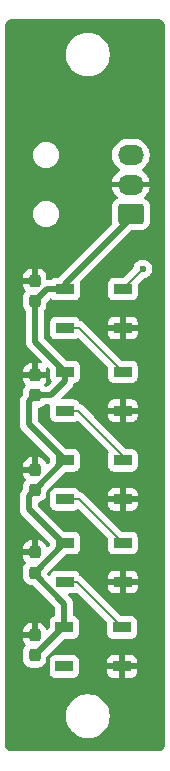
<source format=gbr>
%TF.GenerationSoftware,KiCad,Pcbnew,9.0.1*%
%TF.CreationDate,2025-09-15T21:48:15-05:00*%
%TF.ProjectId,IndicationPCB,496e6469-6361-4746-996f-6e5043422e6b,rev?*%
%TF.SameCoordinates,Original*%
%TF.FileFunction,Copper,L1,Top*%
%TF.FilePolarity,Positive*%
%FSLAX46Y46*%
G04 Gerber Fmt 4.6, Leading zero omitted, Abs format (unit mm)*
G04 Created by KiCad (PCBNEW 9.0.1) date 2025-09-15 21:48:15*
%MOMM*%
%LPD*%
G01*
G04 APERTURE LIST*
G04 Aperture macros list*
%AMRoundRect*
0 Rectangle with rounded corners*
0 $1 Rounding radius*
0 $2 $3 $4 $5 $6 $7 $8 $9 X,Y pos of 4 corners*
0 Add a 4 corners polygon primitive as box body*
4,1,4,$2,$3,$4,$5,$6,$7,$8,$9,$2,$3,0*
0 Add four circle primitives for the rounded corners*
1,1,$1+$1,$2,$3*
1,1,$1+$1,$4,$5*
1,1,$1+$1,$6,$7*
1,1,$1+$1,$8,$9*
0 Add four rect primitives between the rounded corners*
20,1,$1+$1,$2,$3,$4,$5,0*
20,1,$1+$1,$4,$5,$6,$7,0*
20,1,$1+$1,$6,$7,$8,$9,0*
20,1,$1+$1,$8,$9,$2,$3,0*%
G04 Aperture macros list end*
%TA.AperFunction,SMDPad,CuDef*%
%ADD10R,1.500000X0.900000*%
%TD*%
%TA.AperFunction,SMDPad,CuDef*%
%ADD11RoundRect,0.237500X0.237500X-0.300000X0.237500X0.300000X-0.237500X0.300000X-0.237500X-0.300000X0*%
%TD*%
%TA.AperFunction,ComponentPad*%
%ADD12RoundRect,0.250000X0.850000X0.600000X-0.850000X0.600000X-0.850000X-0.600000X0.850000X-0.600000X0*%
%TD*%
%TA.AperFunction,ComponentPad*%
%ADD13O,2.200000X1.700000*%
%TD*%
%TA.AperFunction,ViaPad*%
%ADD14C,0.600000*%
%TD*%
%TA.AperFunction,Conductor*%
%ADD15C,0.500000*%
%TD*%
%TA.AperFunction,Conductor*%
%ADD16C,0.200000*%
%TD*%
G04 APERTURE END LIST*
D10*
%TO.P,LED2,1-VDD,VDD*%
%TO.N,+5V*%
X142550000Y-78850000D03*
%TO.P,LED2,2-DOUT,DO*%
%TO.N,Net-(LED2-DO)*%
X142550000Y-82150000D03*
%TO.P,LED2,3-GND,GND*%
%TO.N,GND*%
X147450000Y-82150000D03*
%TO.P,LED2,4-DIN,DI*%
%TO.N,Net-(LED1-DO)*%
X147450000Y-78850000D03*
%TD*%
%TO.P,LED1,1-VDD,VDD*%
%TO.N,+5V*%
X142550000Y-71850000D03*
%TO.P,LED1,2-DOUT,DO*%
%TO.N,Net-(LED1-DO)*%
X142550000Y-75150000D03*
%TO.P,LED1,3-GND,GND*%
%TO.N,GND*%
X147450000Y-75150000D03*
%TO.P,LED1,4-DIN,DI*%
%TO.N,/DIN*%
X147450000Y-71850000D03*
%TD*%
D11*
%TO.P,C2,1*%
%TO.N,+5V*%
X140000000Y-80862500D03*
%TO.P,C2,2*%
%TO.N,GND*%
X140000000Y-79137500D03*
%TD*%
D10*
%TO.P,LED3,1-VDD,VDD*%
%TO.N,+5V*%
X142550000Y-86350000D03*
%TO.P,LED3,2-DOUT,DO*%
%TO.N,Net-(LED3-DO)*%
X142550000Y-89650000D03*
%TO.P,LED3,3-GND,GND*%
%TO.N,GND*%
X147450000Y-89650000D03*
%TO.P,LED3,4-DIN,DI*%
%TO.N,Net-(LED2-DO)*%
X147450000Y-86350000D03*
%TD*%
D11*
%TO.P,C3,1*%
%TO.N,+5V*%
X140000000Y-88862500D03*
%TO.P,C3,2*%
%TO.N,GND*%
X140000000Y-87137500D03*
%TD*%
D10*
%TO.P,LED4,1-VDD,VDD*%
%TO.N,+5V*%
X142550000Y-93350000D03*
%TO.P,LED4,2-DOUT,DO*%
%TO.N,Net-(LED4-DO)*%
X142550000Y-96650000D03*
%TO.P,LED4,3-GND,GND*%
%TO.N,GND*%
X147450000Y-96650000D03*
%TO.P,LED4,4-DIN,DI*%
%TO.N,Net-(LED3-DO)*%
X147450000Y-93350000D03*
%TD*%
D11*
%TO.P,C4,1*%
%TO.N,+5V*%
X140000000Y-95862500D03*
%TO.P,C4,2*%
%TO.N,GND*%
X140000000Y-94137500D03*
%TD*%
D12*
%TO.P,J1,1,Pin_1*%
%TO.N,+5V*%
X148140000Y-65500000D03*
D13*
%TO.P,J1,2,Pin_2*%
%TO.N,GND*%
X148140000Y-63000000D03*
%TO.P,J1,3,Pin_3*%
%TO.N,/DIN*%
X148140000Y-60500000D03*
%TD*%
D11*
%TO.P,C1,1*%
%TO.N,+5V*%
X140000000Y-72862500D03*
%TO.P,C1,2*%
%TO.N,GND*%
X140000000Y-71137500D03*
%TD*%
%TO.P,C5,1*%
%TO.N,+5V*%
X140000000Y-102862500D03*
%TO.P,C5,2*%
%TO.N,GND*%
X140000000Y-101137500D03*
%TD*%
D10*
%TO.P,LED5,1-VDD,VDD*%
%TO.N,+5V*%
X142500000Y-100500000D03*
%TO.P,LED5,2-DOUT,DO*%
%TO.N,unconnected-(LED5-DO-Pad2-DOUT)*%
X142500000Y-103800000D03*
%TO.P,LED5,3-GND,GND*%
%TO.N,GND*%
X147400000Y-103800000D03*
%TO.P,LED5,4-DIN,DI*%
%TO.N,Net-(LED4-DO)*%
X147400000Y-100500000D03*
%TD*%
D14*
%TO.N,/DIN*%
X149150000Y-70150000D03*
%TD*%
D15*
%TO.N,+5V*%
X140000000Y-96000000D02*
X142500000Y-98500000D01*
X139500000Y-83300000D02*
X142550000Y-86350000D01*
X142550000Y-71850000D02*
X142550000Y-71450000D01*
X141012500Y-71850000D02*
X140000000Y-72862500D01*
X142550000Y-79675000D02*
X141362500Y-80862500D01*
X142550000Y-86350000D02*
X142512500Y-86350000D01*
X140000000Y-88862500D02*
X139500000Y-89362500D01*
X139500000Y-89362500D02*
X139500000Y-90500000D01*
X142350000Y-93350000D02*
X142550000Y-93350000D01*
X142550000Y-71850000D02*
X141012500Y-71850000D01*
X140000000Y-72862500D02*
X140000000Y-76300000D01*
X142550000Y-93350000D02*
X142512500Y-93350000D01*
X139500000Y-81362500D02*
X139500000Y-83300000D01*
X139500000Y-90500000D02*
X142350000Y-93350000D01*
X142362500Y-100500000D02*
X140000000Y-102862500D01*
X142550000Y-78850000D02*
X142550000Y-79675000D01*
X140000000Y-95862500D02*
X140000000Y-96000000D01*
X142550000Y-71450000D02*
X148140000Y-65860000D01*
X142500000Y-100500000D02*
X142362500Y-100500000D01*
X142500000Y-98500000D02*
X142500000Y-100500000D01*
X141362500Y-80862500D02*
X140000000Y-80862500D01*
X142512500Y-93350000D02*
X140000000Y-95862500D01*
X140000000Y-80862500D02*
X139500000Y-81362500D01*
X142512500Y-86350000D02*
X140000000Y-88862500D01*
X140000000Y-76300000D02*
X142550000Y-78850000D01*
D16*
%TO.N,/DIN*%
X147450000Y-71850000D02*
X149150000Y-70150000D01*
%TO.N,Net-(LED1-DO)*%
X142550000Y-75150000D02*
X143750000Y-75150000D01*
X143750000Y-75150000D02*
X147450000Y-78850000D01*
%TO.N,Net-(LED2-DO)*%
X147450000Y-85950000D02*
X147450000Y-86350000D01*
X143650000Y-82150000D02*
X147450000Y-85950000D01*
X142550000Y-82150000D02*
X143650000Y-82150000D01*
%TO.N,Net-(LED3-DO)*%
X143750000Y-89650000D02*
X147450000Y-93350000D01*
X142550000Y-89650000D02*
X143750000Y-89650000D01*
%TO.N,Net-(LED4-DO)*%
X142550000Y-96650000D02*
X143550000Y-96650000D01*
X143550000Y-96650000D02*
X147400000Y-100500000D01*
%TD*%
%TA.AperFunction,Conductor*%
%TO.N,GND*%
G36*
X150506922Y-49001280D02*
G01*
X150597266Y-49011459D01*
X150624331Y-49017636D01*
X150703540Y-49045352D01*
X150728553Y-49057398D01*
X150799606Y-49102043D01*
X150821313Y-49119355D01*
X150880644Y-49178686D01*
X150897957Y-49200395D01*
X150942600Y-49271444D01*
X150954648Y-49296462D01*
X150982362Y-49375666D01*
X150988540Y-49402735D01*
X150998720Y-49493076D01*
X150999500Y-49506961D01*
X150999500Y-110493038D01*
X150998720Y-110506922D01*
X150998720Y-110506923D01*
X150988540Y-110597264D01*
X150982362Y-110624333D01*
X150954648Y-110703537D01*
X150942600Y-110728555D01*
X150897957Y-110799604D01*
X150880644Y-110821313D01*
X150821313Y-110880644D01*
X150799604Y-110897957D01*
X150728555Y-110942600D01*
X150703537Y-110954648D01*
X150624333Y-110982362D01*
X150597264Y-110988540D01*
X150517075Y-110997576D01*
X150506921Y-110998720D01*
X150493038Y-110999500D01*
X138006962Y-110999500D01*
X137993078Y-110998720D01*
X137980553Y-110997308D01*
X137902735Y-110988540D01*
X137875666Y-110982362D01*
X137796462Y-110954648D01*
X137771444Y-110942600D01*
X137700395Y-110897957D01*
X137678686Y-110880644D01*
X137619355Y-110821313D01*
X137602042Y-110799604D01*
X137557399Y-110728555D01*
X137545351Y-110703537D01*
X137517637Y-110624333D01*
X137511459Y-110597263D01*
X137501280Y-110506922D01*
X137500500Y-110493038D01*
X137500500Y-107878711D01*
X142649500Y-107878711D01*
X142649500Y-108121288D01*
X142681161Y-108361785D01*
X142743947Y-108596104D01*
X142836773Y-108820205D01*
X142836776Y-108820212D01*
X142958064Y-109030289D01*
X142958066Y-109030292D01*
X142958067Y-109030293D01*
X143105733Y-109222736D01*
X143105739Y-109222743D01*
X143277256Y-109394260D01*
X143277262Y-109394265D01*
X143469711Y-109541936D01*
X143679788Y-109663224D01*
X143903900Y-109756054D01*
X144138211Y-109818838D01*
X144318586Y-109842584D01*
X144378711Y-109850500D01*
X144378712Y-109850500D01*
X144621289Y-109850500D01*
X144669388Y-109844167D01*
X144861789Y-109818838D01*
X145096100Y-109756054D01*
X145320212Y-109663224D01*
X145530289Y-109541936D01*
X145722738Y-109394265D01*
X145894265Y-109222738D01*
X146041936Y-109030289D01*
X146163224Y-108820212D01*
X146256054Y-108596100D01*
X146318838Y-108361789D01*
X146350500Y-108121288D01*
X146350500Y-107878712D01*
X146318838Y-107638211D01*
X146256054Y-107403900D01*
X146163224Y-107179788D01*
X146041936Y-106969711D01*
X145894265Y-106777262D01*
X145894260Y-106777256D01*
X145722743Y-106605739D01*
X145722736Y-106605733D01*
X145530293Y-106458067D01*
X145530292Y-106458066D01*
X145530289Y-106458064D01*
X145320212Y-106336776D01*
X145320205Y-106336773D01*
X145096104Y-106243947D01*
X144861785Y-106181161D01*
X144621289Y-106149500D01*
X144621288Y-106149500D01*
X144378712Y-106149500D01*
X144378711Y-106149500D01*
X144138214Y-106181161D01*
X143903895Y-106243947D01*
X143679794Y-106336773D01*
X143679785Y-106336777D01*
X143469706Y-106458067D01*
X143277263Y-106605733D01*
X143277256Y-106605739D01*
X143105739Y-106777256D01*
X143105733Y-106777263D01*
X142958067Y-106969706D01*
X142836777Y-107179785D01*
X142836773Y-107179794D01*
X142743947Y-107403895D01*
X142681161Y-107638214D01*
X142649500Y-107878711D01*
X137500500Y-107878711D01*
X137500500Y-100788345D01*
X139025000Y-100788345D01*
X139025000Y-100887500D01*
X139750000Y-100887500D01*
X139750000Y-100100000D01*
X139713361Y-100100000D01*
X139713343Y-100100001D01*
X139612347Y-100110319D01*
X139448699Y-100164546D01*
X139448688Y-100164551D01*
X139301965Y-100255052D01*
X139301961Y-100255055D01*
X139180055Y-100376961D01*
X139180052Y-100376965D01*
X139089551Y-100523688D01*
X139089546Y-100523699D01*
X139035319Y-100687347D01*
X139025000Y-100788345D01*
X137500500Y-100788345D01*
X137500500Y-93788345D01*
X139025000Y-93788345D01*
X139025000Y-93887500D01*
X139750000Y-93887500D01*
X139750000Y-93100000D01*
X139713361Y-93100000D01*
X139713343Y-93100001D01*
X139612347Y-93110319D01*
X139448699Y-93164546D01*
X139448688Y-93164551D01*
X139301965Y-93255052D01*
X139301961Y-93255055D01*
X139180055Y-93376961D01*
X139180052Y-93376965D01*
X139089551Y-93523688D01*
X139089546Y-93523699D01*
X139035319Y-93687347D01*
X139025000Y-93788345D01*
X137500500Y-93788345D01*
X137500500Y-86788345D01*
X139025000Y-86788345D01*
X139025000Y-86887500D01*
X139750000Y-86887500D01*
X139750000Y-86100000D01*
X139713361Y-86100000D01*
X139713343Y-86100001D01*
X139612347Y-86110319D01*
X139448699Y-86164546D01*
X139448688Y-86164551D01*
X139301965Y-86255052D01*
X139301961Y-86255055D01*
X139180055Y-86376961D01*
X139180052Y-86376965D01*
X139089551Y-86523688D01*
X139089546Y-86523699D01*
X139035319Y-86687347D01*
X139025000Y-86788345D01*
X137500500Y-86788345D01*
X137500500Y-83373920D01*
X138749499Y-83373920D01*
X138778340Y-83518907D01*
X138778343Y-83518917D01*
X138834914Y-83655492D01*
X138867812Y-83704727D01*
X138867813Y-83704730D01*
X138917046Y-83778414D01*
X138917052Y-83778421D01*
X141263181Y-86124548D01*
X141277884Y-86151475D01*
X141294477Y-86177294D01*
X141295368Y-86183494D01*
X141296666Y-86185871D01*
X141299500Y-86212229D01*
X141299500Y-86450269D01*
X141279815Y-86517308D01*
X141263181Y-86537951D01*
X141143943Y-86657188D01*
X141082620Y-86690672D01*
X141012928Y-86685688D01*
X140956995Y-86643816D01*
X140938556Y-86608509D01*
X140910454Y-86523701D01*
X140910448Y-86523688D01*
X140819947Y-86376965D01*
X140819944Y-86376961D01*
X140698038Y-86255055D01*
X140698034Y-86255052D01*
X140551311Y-86164551D01*
X140551300Y-86164546D01*
X140387652Y-86110319D01*
X140286654Y-86100000D01*
X140250000Y-86100000D01*
X140250000Y-87013500D01*
X140230315Y-87080539D01*
X140177511Y-87126294D01*
X140126000Y-87137500D01*
X140000000Y-87137500D01*
X140000000Y-87263500D01*
X139980315Y-87330539D01*
X139927511Y-87376294D01*
X139876000Y-87387500D01*
X139025001Y-87387500D01*
X139025001Y-87486654D01*
X139035319Y-87587652D01*
X139089546Y-87751300D01*
X139089551Y-87751311D01*
X139180052Y-87898034D01*
X139180055Y-87898038D01*
X139193982Y-87911965D01*
X139227467Y-87973288D01*
X139222483Y-88042980D01*
X139193984Y-88087325D01*
X139179661Y-88101648D01*
X139089093Y-88248481D01*
X139089092Y-88248484D01*
X139034826Y-88412247D01*
X139034826Y-88412248D01*
X139034825Y-88412248D01*
X139024500Y-88513315D01*
X139024500Y-88725268D01*
X139017174Y-88750216D01*
X139013655Y-88775983D01*
X139006603Y-88786215D01*
X139004815Y-88792307D01*
X138994783Y-88805808D01*
X138991616Y-88809514D01*
X138917048Y-88884084D01*
X138882081Y-88936417D01*
X138878021Y-88942492D01*
X138878016Y-88942499D01*
X138834913Y-89007008D01*
X138778343Y-89143582D01*
X138778340Y-89143592D01*
X138749500Y-89288579D01*
X138749500Y-89288582D01*
X138749500Y-90573918D01*
X138749500Y-90573920D01*
X138749499Y-90573920D01*
X138778340Y-90718907D01*
X138778343Y-90718917D01*
X138834914Y-90855492D01*
X138867812Y-90904727D01*
X138867813Y-90904730D01*
X138917046Y-90978414D01*
X138917052Y-90978421D01*
X141263181Y-93324548D01*
X141277884Y-93351475D01*
X141294477Y-93377294D01*
X141295368Y-93383494D01*
X141296666Y-93385871D01*
X141299500Y-93412229D01*
X141299500Y-93450269D01*
X141279815Y-93517308D01*
X141263181Y-93537951D01*
X141143943Y-93657188D01*
X141082620Y-93690672D01*
X141012928Y-93685688D01*
X140956995Y-93643816D01*
X140938556Y-93608509D01*
X140910454Y-93523701D01*
X140910448Y-93523688D01*
X140819947Y-93376965D01*
X140819944Y-93376961D01*
X140698038Y-93255055D01*
X140698034Y-93255052D01*
X140551311Y-93164551D01*
X140551300Y-93164546D01*
X140387652Y-93110319D01*
X140286654Y-93100000D01*
X140250000Y-93100000D01*
X140250000Y-94013500D01*
X140230315Y-94080539D01*
X140177511Y-94126294D01*
X140126000Y-94137500D01*
X140000000Y-94137500D01*
X140000000Y-94263500D01*
X139980315Y-94330539D01*
X139927511Y-94376294D01*
X139876000Y-94387500D01*
X139025001Y-94387500D01*
X139025001Y-94486654D01*
X139035319Y-94587652D01*
X139089546Y-94751300D01*
X139089551Y-94751311D01*
X139180052Y-94898034D01*
X139180055Y-94898038D01*
X139193982Y-94911965D01*
X139227467Y-94973288D01*
X139222483Y-95042980D01*
X139193984Y-95087325D01*
X139179661Y-95101648D01*
X139089093Y-95248481D01*
X139089092Y-95248484D01*
X139034826Y-95412247D01*
X139034826Y-95412248D01*
X139034825Y-95412248D01*
X139024500Y-95513315D01*
X139024500Y-96211669D01*
X139024501Y-96211687D01*
X139034825Y-96312752D01*
X139063737Y-96400000D01*
X139089092Y-96476516D01*
X139179660Y-96623350D01*
X139301650Y-96745340D01*
X139448484Y-96835908D01*
X139612247Y-96890174D01*
X139713323Y-96900500D01*
X139787768Y-96900499D01*
X139854807Y-96920183D01*
X139875450Y-96936818D01*
X141713181Y-98774549D01*
X141746666Y-98835872D01*
X141749500Y-98862230D01*
X141749500Y-99433023D01*
X141729815Y-99500062D01*
X141677011Y-99545817D01*
X141649865Y-99553266D01*
X141650068Y-99554124D01*
X141642520Y-99555907D01*
X141507671Y-99606202D01*
X141507664Y-99606206D01*
X141392455Y-99692452D01*
X141392452Y-99692455D01*
X141306206Y-99807664D01*
X141306202Y-99807671D01*
X141255908Y-99942517D01*
X141249501Y-100002116D01*
X141249501Y-100002123D01*
X141249500Y-100002135D01*
X141249500Y-100500269D01*
X141240855Y-100529706D01*
X141234332Y-100559697D01*
X141230576Y-100564713D01*
X141229815Y-100567308D01*
X141213181Y-100587951D01*
X141143943Y-100657188D01*
X141082619Y-100690672D01*
X141012928Y-100685687D01*
X140956994Y-100643816D01*
X140938556Y-100608509D01*
X140910454Y-100523701D01*
X140910448Y-100523688D01*
X140819947Y-100376965D01*
X140819944Y-100376961D01*
X140698038Y-100255055D01*
X140698034Y-100255052D01*
X140551311Y-100164551D01*
X140551300Y-100164546D01*
X140387652Y-100110319D01*
X140286654Y-100100000D01*
X140250000Y-100100000D01*
X140250000Y-101013500D01*
X140230315Y-101080539D01*
X140177511Y-101126294D01*
X140126000Y-101137500D01*
X140000000Y-101137500D01*
X140000000Y-101263500D01*
X139980315Y-101330539D01*
X139927511Y-101376294D01*
X139876000Y-101387500D01*
X139025001Y-101387500D01*
X139025001Y-101486654D01*
X139035319Y-101587652D01*
X139089546Y-101751300D01*
X139089551Y-101751311D01*
X139180052Y-101898034D01*
X139180055Y-101898038D01*
X139193982Y-101911965D01*
X139227467Y-101973288D01*
X139222483Y-102042980D01*
X139193984Y-102087325D01*
X139179661Y-102101648D01*
X139089093Y-102248481D01*
X139089092Y-102248484D01*
X139034826Y-102412247D01*
X139034826Y-102412248D01*
X139034825Y-102412248D01*
X139024500Y-102513315D01*
X139024500Y-103211669D01*
X139024501Y-103211687D01*
X139034825Y-103312752D01*
X139071109Y-103422249D01*
X139089092Y-103476516D01*
X139179660Y-103623350D01*
X139301650Y-103745340D01*
X139448484Y-103835908D01*
X139612247Y-103890174D01*
X139713323Y-103900500D01*
X140286676Y-103900499D01*
X140286684Y-103900498D01*
X140286687Y-103900498D01*
X140342030Y-103894844D01*
X140387753Y-103890174D01*
X140551516Y-103835908D01*
X140698350Y-103745340D01*
X140820340Y-103623350D01*
X140910908Y-103476516D01*
X140965174Y-103312753D01*
X140966259Y-103302135D01*
X141249500Y-103302135D01*
X141249500Y-104297870D01*
X141249501Y-104297876D01*
X141255908Y-104357483D01*
X141306202Y-104492328D01*
X141306206Y-104492335D01*
X141392452Y-104607544D01*
X141392455Y-104607547D01*
X141507664Y-104693793D01*
X141507671Y-104693797D01*
X141642517Y-104744091D01*
X141642516Y-104744091D01*
X141649444Y-104744835D01*
X141702127Y-104750500D01*
X143297872Y-104750499D01*
X143357483Y-104744091D01*
X143492331Y-104693796D01*
X143607546Y-104607546D01*
X143693796Y-104492331D01*
X143744091Y-104357483D01*
X143750500Y-104297873D01*
X143750500Y-104297844D01*
X146150000Y-104297844D01*
X146156401Y-104357372D01*
X146156403Y-104357379D01*
X146206645Y-104492086D01*
X146206649Y-104492093D01*
X146292809Y-104607187D01*
X146292812Y-104607190D01*
X146407906Y-104693350D01*
X146407913Y-104693354D01*
X146542620Y-104743596D01*
X146542627Y-104743598D01*
X146602155Y-104749999D01*
X146602172Y-104750000D01*
X147150000Y-104750000D01*
X147650000Y-104750000D01*
X148197828Y-104750000D01*
X148197844Y-104749999D01*
X148257372Y-104743598D01*
X148257379Y-104743596D01*
X148392086Y-104693354D01*
X148392093Y-104693350D01*
X148507187Y-104607190D01*
X148507190Y-104607187D01*
X148593350Y-104492093D01*
X148593354Y-104492086D01*
X148643596Y-104357379D01*
X148643598Y-104357372D01*
X148649999Y-104297844D01*
X148650000Y-104297827D01*
X148650000Y-104050000D01*
X147650000Y-104050000D01*
X147650000Y-104750000D01*
X147150000Y-104750000D01*
X147150000Y-104050000D01*
X146150000Y-104050000D01*
X146150000Y-104297844D01*
X143750500Y-104297844D01*
X143750499Y-103745340D01*
X143750499Y-103302155D01*
X146150000Y-103302155D01*
X146150000Y-103550000D01*
X147150000Y-103550000D01*
X147650000Y-103550000D01*
X148650000Y-103550000D01*
X148650000Y-103302172D01*
X148649999Y-103302155D01*
X148643598Y-103242627D01*
X148643596Y-103242620D01*
X148593354Y-103107913D01*
X148593350Y-103107906D01*
X148507190Y-102992812D01*
X148507187Y-102992809D01*
X148392093Y-102906649D01*
X148392086Y-102906645D01*
X148257379Y-102856403D01*
X148257372Y-102856401D01*
X148197844Y-102850000D01*
X147650000Y-102850000D01*
X147650000Y-103550000D01*
X147150000Y-103550000D01*
X147150000Y-102850000D01*
X146602155Y-102850000D01*
X146542627Y-102856401D01*
X146542620Y-102856403D01*
X146407913Y-102906645D01*
X146407906Y-102906649D01*
X146292812Y-102992809D01*
X146292809Y-102992812D01*
X146206649Y-103107906D01*
X146206645Y-103107913D01*
X146156403Y-103242620D01*
X146156401Y-103242627D01*
X146150000Y-103302155D01*
X143750499Y-103302155D01*
X143750499Y-103302129D01*
X143750498Y-103302123D01*
X143750497Y-103302116D01*
X143744091Y-103242517D01*
X143732592Y-103211687D01*
X143693797Y-103107671D01*
X143693793Y-103107664D01*
X143607547Y-102992455D01*
X143607544Y-102992452D01*
X143492335Y-102906206D01*
X143492328Y-102906202D01*
X143357482Y-102855908D01*
X143357483Y-102855908D01*
X143297883Y-102849501D01*
X143297881Y-102849500D01*
X143297873Y-102849500D01*
X143297864Y-102849500D01*
X141702129Y-102849500D01*
X141702123Y-102849501D01*
X141642516Y-102855908D01*
X141507671Y-102906202D01*
X141507664Y-102906206D01*
X141392455Y-102992452D01*
X141392452Y-102992455D01*
X141306206Y-103107664D01*
X141306202Y-103107671D01*
X141255908Y-103242517D01*
X141249501Y-103302116D01*
X141249501Y-103302123D01*
X141249500Y-103302135D01*
X140966259Y-103302135D01*
X140975500Y-103211677D01*
X140975499Y-102999729D01*
X140995183Y-102932690D01*
X141011813Y-102912053D01*
X142437048Y-101486817D01*
X142498371Y-101453333D01*
X142524729Y-101450499D01*
X143297871Y-101450499D01*
X143297872Y-101450499D01*
X143357483Y-101444091D01*
X143492331Y-101393796D01*
X143607546Y-101307546D01*
X143693796Y-101192331D01*
X143744091Y-101057483D01*
X143750500Y-100997873D01*
X143750499Y-100002128D01*
X143744091Y-99942517D01*
X143693796Y-99807669D01*
X143693795Y-99807668D01*
X143693793Y-99807664D01*
X143607547Y-99692455D01*
X143607544Y-99692452D01*
X143492335Y-99606206D01*
X143492328Y-99606202D01*
X143357482Y-99555908D01*
X143349938Y-99554126D01*
X143350474Y-99551853D01*
X143296688Y-99529571D01*
X143256843Y-99472177D01*
X143250500Y-99433024D01*
X143250500Y-98426079D01*
X143221659Y-98281092D01*
X143221658Y-98281091D01*
X143221658Y-98281087D01*
X143165084Y-98144505D01*
X143132186Y-98095270D01*
X143132185Y-98095268D01*
X143082956Y-98021589D01*
X143082952Y-98021584D01*
X142873548Y-97812180D01*
X142840063Y-97750857D01*
X142845047Y-97681165D01*
X142886919Y-97625232D01*
X142952383Y-97600815D01*
X142961229Y-97600499D01*
X143347871Y-97600499D01*
X143347872Y-97600499D01*
X143407483Y-97594091D01*
X143505710Y-97557454D01*
X143575398Y-97552471D01*
X143636718Y-97585953D01*
X143636721Y-97585956D01*
X146113181Y-100062416D01*
X146146666Y-100123739D01*
X146149500Y-100150097D01*
X146149500Y-100997870D01*
X146149501Y-100997876D01*
X146155908Y-101057483D01*
X146206202Y-101192328D01*
X146206206Y-101192335D01*
X146292452Y-101307544D01*
X146292455Y-101307547D01*
X146407664Y-101393793D01*
X146407671Y-101393797D01*
X146542517Y-101444091D01*
X146542516Y-101444091D01*
X146549444Y-101444835D01*
X146602127Y-101450500D01*
X148197872Y-101450499D01*
X148257483Y-101444091D01*
X148392331Y-101393796D01*
X148507546Y-101307546D01*
X148593796Y-101192331D01*
X148644091Y-101057483D01*
X148650500Y-100997873D01*
X148650499Y-100002128D01*
X148644091Y-99942517D01*
X148593796Y-99807669D01*
X148593795Y-99807668D01*
X148593793Y-99807664D01*
X148507547Y-99692455D01*
X148507544Y-99692452D01*
X148392335Y-99606206D01*
X148392328Y-99606202D01*
X148257482Y-99555908D01*
X148257483Y-99555908D01*
X148197883Y-99549501D01*
X148197881Y-99549500D01*
X148197873Y-99549500D01*
X148197865Y-99549500D01*
X147350097Y-99549500D01*
X147283058Y-99529815D01*
X147262416Y-99513181D01*
X144897079Y-97147844D01*
X146200000Y-97147844D01*
X146206401Y-97207372D01*
X146206403Y-97207379D01*
X146256645Y-97342086D01*
X146256649Y-97342093D01*
X146342809Y-97457187D01*
X146342812Y-97457190D01*
X146457906Y-97543350D01*
X146457913Y-97543354D01*
X146592620Y-97593596D01*
X146592627Y-97593598D01*
X146652155Y-97599999D01*
X146652172Y-97600000D01*
X147200000Y-97600000D01*
X147700000Y-97600000D01*
X148247828Y-97600000D01*
X148247844Y-97599999D01*
X148307372Y-97593598D01*
X148307379Y-97593596D01*
X148442086Y-97543354D01*
X148442093Y-97543350D01*
X148557187Y-97457190D01*
X148557190Y-97457187D01*
X148643350Y-97342093D01*
X148643354Y-97342086D01*
X148693596Y-97207379D01*
X148693598Y-97207372D01*
X148699999Y-97147844D01*
X148700000Y-97147827D01*
X148700000Y-96900000D01*
X147700000Y-96900000D01*
X147700000Y-97600000D01*
X147200000Y-97600000D01*
X147200000Y-96900000D01*
X146200000Y-96900000D01*
X146200000Y-97147844D01*
X144897079Y-97147844D01*
X144037589Y-96288354D01*
X144030520Y-96281285D01*
X144030520Y-96281284D01*
X143918716Y-96169480D01*
X143918715Y-96169479D01*
X143918712Y-96169477D01*
X143888709Y-96152155D01*
X146200000Y-96152155D01*
X146200000Y-96400000D01*
X147200000Y-96400000D01*
X147700000Y-96400000D01*
X148700000Y-96400000D01*
X148700000Y-96152172D01*
X148699999Y-96152155D01*
X148693598Y-96092627D01*
X148693596Y-96092620D01*
X148643354Y-95957913D01*
X148643350Y-95957906D01*
X148557190Y-95842812D01*
X148557187Y-95842809D01*
X148442093Y-95756649D01*
X148442086Y-95756645D01*
X148307379Y-95706403D01*
X148307372Y-95706401D01*
X148247844Y-95700000D01*
X147700000Y-95700000D01*
X147700000Y-96400000D01*
X147200000Y-96400000D01*
X147200000Y-95700000D01*
X146652155Y-95700000D01*
X146592627Y-95706401D01*
X146592620Y-95706403D01*
X146457913Y-95756645D01*
X146457906Y-95756649D01*
X146342812Y-95842809D01*
X146342809Y-95842812D01*
X146256649Y-95957906D01*
X146256645Y-95957913D01*
X146206403Y-96092620D01*
X146206401Y-96092627D01*
X146200000Y-96152155D01*
X143888709Y-96152155D01*
X143835077Y-96121191D01*
X143786862Y-96070624D01*
X143780895Y-96057137D01*
X143743797Y-95957671D01*
X143743793Y-95957664D01*
X143657547Y-95842455D01*
X143657544Y-95842452D01*
X143542335Y-95756206D01*
X143542328Y-95756202D01*
X143407482Y-95705908D01*
X143407483Y-95705908D01*
X143347883Y-95699501D01*
X143347881Y-95699500D01*
X143347873Y-95699500D01*
X143347864Y-95699500D01*
X141752129Y-95699500D01*
X141752123Y-95699501D01*
X141692516Y-95705908D01*
X141557671Y-95756202D01*
X141557664Y-95756206D01*
X141442455Y-95842452D01*
X141442452Y-95842455D01*
X141356206Y-95957664D01*
X141356203Y-95957669D01*
X141332038Y-96022460D01*
X141290166Y-96078393D01*
X141224702Y-96102810D01*
X141156429Y-96087958D01*
X141128175Y-96066807D01*
X141080298Y-96018930D01*
X141046813Y-95957607D01*
X141051797Y-95887915D01*
X141080298Y-95843568D01*
X142587048Y-94336818D01*
X142648371Y-94303333D01*
X142674729Y-94300499D01*
X143347871Y-94300499D01*
X143347872Y-94300499D01*
X143407483Y-94294091D01*
X143542331Y-94243796D01*
X143657546Y-94157546D01*
X143743796Y-94042331D01*
X143794091Y-93907483D01*
X143800500Y-93847873D01*
X143800499Y-92852128D01*
X143794091Y-92792517D01*
X143743796Y-92657669D01*
X143743795Y-92657668D01*
X143743793Y-92657664D01*
X143657547Y-92542455D01*
X143657544Y-92542452D01*
X143542335Y-92456206D01*
X143542328Y-92456202D01*
X143407482Y-92405908D01*
X143407483Y-92405908D01*
X143347883Y-92399501D01*
X143347881Y-92399500D01*
X143347873Y-92399500D01*
X143347865Y-92399500D01*
X142512229Y-92399500D01*
X142445190Y-92379815D01*
X142424548Y-92363181D01*
X140286819Y-90225451D01*
X140272115Y-90198523D01*
X140255523Y-90172705D01*
X140254631Y-90166504D01*
X140253334Y-90164128D01*
X140250500Y-90137770D01*
X140250500Y-90016173D01*
X140270185Y-89949134D01*
X140322989Y-89903379D01*
X140361899Y-89892815D01*
X140365749Y-89892421D01*
X140387753Y-89890174D01*
X140551516Y-89835908D01*
X140698350Y-89745340D01*
X140820340Y-89623350D01*
X140910908Y-89476516D01*
X140965174Y-89312753D01*
X140975500Y-89211677D01*
X140975500Y-89152135D01*
X141299500Y-89152135D01*
X141299500Y-90147870D01*
X141299501Y-90147876D01*
X141305908Y-90207483D01*
X141356202Y-90342328D01*
X141356206Y-90342335D01*
X141442452Y-90457544D01*
X141442455Y-90457547D01*
X141557664Y-90543793D01*
X141557671Y-90543797D01*
X141692517Y-90594091D01*
X141692516Y-90594091D01*
X141699444Y-90594835D01*
X141752127Y-90600500D01*
X143347872Y-90600499D01*
X143407483Y-90594091D01*
X143542331Y-90543796D01*
X143600563Y-90500203D01*
X143666025Y-90475786D01*
X143734298Y-90490637D01*
X143762554Y-90511789D01*
X146163181Y-92912416D01*
X146196666Y-92973739D01*
X146199500Y-93000097D01*
X146199500Y-93847870D01*
X146199501Y-93847876D01*
X146205908Y-93907483D01*
X146256202Y-94042328D01*
X146256206Y-94042335D01*
X146342452Y-94157544D01*
X146342455Y-94157547D01*
X146457664Y-94243793D01*
X146457671Y-94243797D01*
X146592517Y-94294091D01*
X146592516Y-94294091D01*
X146599444Y-94294835D01*
X146652127Y-94300500D01*
X148247872Y-94300499D01*
X148307483Y-94294091D01*
X148442331Y-94243796D01*
X148557546Y-94157546D01*
X148643796Y-94042331D01*
X148694091Y-93907483D01*
X148700500Y-93847873D01*
X148700499Y-92852128D01*
X148694091Y-92792517D01*
X148643796Y-92657669D01*
X148643795Y-92657668D01*
X148643793Y-92657664D01*
X148557547Y-92542455D01*
X148557544Y-92542452D01*
X148442335Y-92456206D01*
X148442328Y-92456202D01*
X148307482Y-92405908D01*
X148307483Y-92405908D01*
X148247883Y-92399501D01*
X148247881Y-92399500D01*
X148247873Y-92399500D01*
X148247865Y-92399500D01*
X147400097Y-92399500D01*
X147333058Y-92379815D01*
X147312416Y-92363181D01*
X145097079Y-90147844D01*
X146200000Y-90147844D01*
X146206401Y-90207372D01*
X146206403Y-90207379D01*
X146256645Y-90342086D01*
X146256649Y-90342093D01*
X146342809Y-90457187D01*
X146342812Y-90457190D01*
X146457906Y-90543350D01*
X146457913Y-90543354D01*
X146592620Y-90593596D01*
X146592627Y-90593598D01*
X146652155Y-90599999D01*
X146652172Y-90600000D01*
X147200000Y-90600000D01*
X147700000Y-90600000D01*
X148247828Y-90600000D01*
X148247844Y-90599999D01*
X148307372Y-90593598D01*
X148307379Y-90593596D01*
X148442086Y-90543354D01*
X148442093Y-90543350D01*
X148557187Y-90457190D01*
X148557190Y-90457187D01*
X148643350Y-90342093D01*
X148643354Y-90342086D01*
X148693596Y-90207379D01*
X148693598Y-90207372D01*
X148699999Y-90147844D01*
X148700000Y-90147827D01*
X148700000Y-89900000D01*
X147700000Y-89900000D01*
X147700000Y-90600000D01*
X147200000Y-90600000D01*
X147200000Y-89900000D01*
X146200000Y-89900000D01*
X146200000Y-90147844D01*
X145097079Y-90147844D01*
X144237589Y-89288354D01*
X144230520Y-89281285D01*
X144230520Y-89281284D01*
X144118716Y-89169480D01*
X144088708Y-89152155D01*
X146200000Y-89152155D01*
X146200000Y-89400000D01*
X147200000Y-89400000D01*
X147700000Y-89400000D01*
X148700000Y-89400000D01*
X148700000Y-89152172D01*
X148699999Y-89152155D01*
X148693598Y-89092627D01*
X148693596Y-89092620D01*
X148643354Y-88957913D01*
X148643350Y-88957906D01*
X148557190Y-88842812D01*
X148557187Y-88842809D01*
X148442093Y-88756649D01*
X148442086Y-88756645D01*
X148307379Y-88706403D01*
X148307372Y-88706401D01*
X148247844Y-88700000D01*
X147700000Y-88700000D01*
X147700000Y-89400000D01*
X147200000Y-89400000D01*
X147200000Y-88700000D01*
X146652155Y-88700000D01*
X146592627Y-88706401D01*
X146592620Y-88706403D01*
X146457913Y-88756645D01*
X146457906Y-88756649D01*
X146342812Y-88842809D01*
X146342809Y-88842812D01*
X146256649Y-88957906D01*
X146256645Y-88957913D01*
X146206403Y-89092620D01*
X146206401Y-89092627D01*
X146200000Y-89152155D01*
X144088708Y-89152155D01*
X144031904Y-89119360D01*
X144031904Y-89119359D01*
X144031900Y-89119358D01*
X143981785Y-89090423D01*
X143834128Y-89050857D01*
X143774470Y-89014494D01*
X143750042Y-88974417D01*
X143743796Y-88957669D01*
X143743794Y-88957666D01*
X143743793Y-88957664D01*
X143657547Y-88842455D01*
X143657544Y-88842452D01*
X143542335Y-88756206D01*
X143542328Y-88756202D01*
X143407482Y-88705908D01*
X143407483Y-88705908D01*
X143347883Y-88699501D01*
X143347881Y-88699500D01*
X143347873Y-88699500D01*
X143347864Y-88699500D01*
X141752129Y-88699500D01*
X141752123Y-88699501D01*
X141692516Y-88705908D01*
X141557671Y-88756202D01*
X141557664Y-88756206D01*
X141442455Y-88842452D01*
X141442452Y-88842455D01*
X141356206Y-88957664D01*
X141356202Y-88957671D01*
X141305908Y-89092517D01*
X141299501Y-89152116D01*
X141299500Y-89152135D01*
X140975500Y-89152135D01*
X140975499Y-88999729D01*
X140995183Y-88932690D01*
X141011813Y-88912053D01*
X142587048Y-87336817D01*
X142648371Y-87303333D01*
X142674729Y-87300499D01*
X143347871Y-87300499D01*
X143347872Y-87300499D01*
X143407483Y-87294091D01*
X143542331Y-87243796D01*
X143657546Y-87157546D01*
X143743796Y-87042331D01*
X143794091Y-86907483D01*
X143800500Y-86847873D01*
X143800499Y-85852128D01*
X143794091Y-85792517D01*
X143757455Y-85694292D01*
X143743797Y-85657671D01*
X143743793Y-85657664D01*
X143657547Y-85542455D01*
X143657544Y-85542452D01*
X143542335Y-85456206D01*
X143542328Y-85456202D01*
X143407482Y-85405908D01*
X143407483Y-85405908D01*
X143347883Y-85399501D01*
X143347881Y-85399500D01*
X143347873Y-85399500D01*
X143347865Y-85399500D01*
X142712229Y-85399500D01*
X142645190Y-85379815D01*
X142624548Y-85363181D01*
X140286819Y-83025451D01*
X140253334Y-82964128D01*
X140250500Y-82937770D01*
X140250500Y-82016173D01*
X140270185Y-81949134D01*
X140322989Y-81903379D01*
X140361899Y-81892815D01*
X140365749Y-81892421D01*
X140387753Y-81890174D01*
X140551516Y-81835908D01*
X140698350Y-81745340D01*
X140794371Y-81649319D01*
X140855694Y-81615834D01*
X140882052Y-81613000D01*
X141175500Y-81613000D01*
X141242539Y-81632685D01*
X141288294Y-81685489D01*
X141299500Y-81737000D01*
X141299500Y-82647870D01*
X141299501Y-82647876D01*
X141305908Y-82707483D01*
X141356202Y-82842328D01*
X141356206Y-82842335D01*
X141442452Y-82957544D01*
X141442455Y-82957547D01*
X141557664Y-83043793D01*
X141557671Y-83043797D01*
X141692517Y-83094091D01*
X141692516Y-83094091D01*
X141699444Y-83094835D01*
X141752127Y-83100500D01*
X143347872Y-83100499D01*
X143407483Y-83094091D01*
X143542331Y-83043796D01*
X143543373Y-83043016D01*
X143544592Y-83042561D01*
X143550114Y-83039546D01*
X143550547Y-83040339D01*
X143608837Y-83018598D01*
X143677110Y-83033449D01*
X143705366Y-83054601D01*
X146214043Y-85563278D01*
X146247528Y-85624601D01*
X146242544Y-85694292D01*
X146205908Y-85792517D01*
X146199501Y-85852116D01*
X146199501Y-85852123D01*
X146199500Y-85852135D01*
X146199500Y-86847870D01*
X146199501Y-86847876D01*
X146205908Y-86907483D01*
X146256202Y-87042328D01*
X146256206Y-87042335D01*
X146342452Y-87157544D01*
X146342455Y-87157547D01*
X146457664Y-87243793D01*
X146457671Y-87243797D01*
X146592517Y-87294091D01*
X146592516Y-87294091D01*
X146599444Y-87294835D01*
X146652127Y-87300500D01*
X148247872Y-87300499D01*
X148307483Y-87294091D01*
X148442331Y-87243796D01*
X148557546Y-87157546D01*
X148643796Y-87042331D01*
X148694091Y-86907483D01*
X148700500Y-86847873D01*
X148700499Y-85852128D01*
X148694091Y-85792517D01*
X148657455Y-85694292D01*
X148643797Y-85657671D01*
X148643793Y-85657664D01*
X148557547Y-85542455D01*
X148557544Y-85542452D01*
X148442335Y-85456206D01*
X148442328Y-85456202D01*
X148307482Y-85405908D01*
X148307483Y-85405908D01*
X148247883Y-85399501D01*
X148247881Y-85399500D01*
X148247873Y-85399500D01*
X148247865Y-85399500D01*
X147800098Y-85399500D01*
X147733059Y-85379815D01*
X147712417Y-85363181D01*
X147558659Y-85209423D01*
X144997079Y-82647844D01*
X146200000Y-82647844D01*
X146206401Y-82707372D01*
X146206403Y-82707379D01*
X146256645Y-82842086D01*
X146256649Y-82842093D01*
X146342809Y-82957187D01*
X146342812Y-82957190D01*
X146457906Y-83043350D01*
X146457913Y-83043354D01*
X146592620Y-83093596D01*
X146592627Y-83093598D01*
X146652155Y-83099999D01*
X146652172Y-83100000D01*
X147200000Y-83100000D01*
X147700000Y-83100000D01*
X148247828Y-83100000D01*
X148247844Y-83099999D01*
X148307372Y-83093598D01*
X148307379Y-83093596D01*
X148442086Y-83043354D01*
X148442093Y-83043350D01*
X148557187Y-82957190D01*
X148557190Y-82957187D01*
X148643350Y-82842093D01*
X148643354Y-82842086D01*
X148693596Y-82707379D01*
X148693598Y-82707372D01*
X148699999Y-82647844D01*
X148700000Y-82647827D01*
X148700000Y-82400000D01*
X147700000Y-82400000D01*
X147700000Y-83100000D01*
X147200000Y-83100000D01*
X147200000Y-82400000D01*
X146200000Y-82400000D01*
X146200000Y-82647844D01*
X144997079Y-82647844D01*
X144130521Y-81781286D01*
X144130520Y-81781284D01*
X144018716Y-81669480D01*
X143988708Y-81652155D01*
X146200000Y-81652155D01*
X146200000Y-81900000D01*
X147200000Y-81900000D01*
X147700000Y-81900000D01*
X148700000Y-81900000D01*
X148700000Y-81652172D01*
X148699999Y-81652155D01*
X148693598Y-81592627D01*
X148693596Y-81592620D01*
X148643354Y-81457913D01*
X148643350Y-81457906D01*
X148557190Y-81342812D01*
X148557187Y-81342809D01*
X148442093Y-81256649D01*
X148442086Y-81256645D01*
X148307379Y-81206403D01*
X148307372Y-81206401D01*
X148247844Y-81200000D01*
X147700000Y-81200000D01*
X147700000Y-81900000D01*
X147200000Y-81900000D01*
X147200000Y-81200000D01*
X146652155Y-81200000D01*
X146592627Y-81206401D01*
X146592620Y-81206403D01*
X146457913Y-81256645D01*
X146457906Y-81256649D01*
X146342812Y-81342809D01*
X146342809Y-81342812D01*
X146256649Y-81457906D01*
X146256645Y-81457913D01*
X146206403Y-81592620D01*
X146206401Y-81592627D01*
X146200000Y-81652155D01*
X143988708Y-81652155D01*
X143920889Y-81613000D01*
X143881785Y-81590423D01*
X143836881Y-81578390D01*
X143828922Y-81575016D01*
X143808317Y-81558127D01*
X143785573Y-81544263D01*
X143779751Y-81534711D01*
X143774885Y-81530723D01*
X143772129Y-81522207D01*
X143761146Y-81504189D01*
X143743796Y-81457669D01*
X143743794Y-81457667D01*
X143743794Y-81457665D01*
X143657547Y-81342455D01*
X143657544Y-81342452D01*
X143542335Y-81256206D01*
X143542328Y-81256202D01*
X143407482Y-81205908D01*
X143407483Y-81205908D01*
X143347883Y-81199501D01*
X143347881Y-81199500D01*
X143347873Y-81199500D01*
X143347865Y-81199500D01*
X142386229Y-81199500D01*
X142319190Y-81179815D01*
X142273435Y-81127011D01*
X142263491Y-81057853D01*
X142292516Y-80994297D01*
X142298548Y-80987819D01*
X143132949Y-80153418D01*
X143132952Y-80153415D01*
X143167540Y-80101650D01*
X143215084Y-80030495D01*
X143238518Y-79973920D01*
X143271659Y-79893912D01*
X143271661Y-79893898D01*
X143273427Y-79888082D01*
X143275171Y-79888611D01*
X143303587Y-79834283D01*
X143364301Y-79799706D01*
X143379566Y-79797091D01*
X143407483Y-79794091D01*
X143542331Y-79743796D01*
X143657546Y-79657546D01*
X143743796Y-79542331D01*
X143794091Y-79407483D01*
X143800500Y-79347873D01*
X143800499Y-78352128D01*
X143794091Y-78292517D01*
X143780117Y-78255052D01*
X143743797Y-78157671D01*
X143743793Y-78157664D01*
X143657547Y-78042455D01*
X143657544Y-78042452D01*
X143542335Y-77956206D01*
X143542328Y-77956202D01*
X143407482Y-77905908D01*
X143407483Y-77905908D01*
X143347883Y-77899501D01*
X143347881Y-77899500D01*
X143347873Y-77899500D01*
X143347865Y-77899500D01*
X142712229Y-77899500D01*
X142645190Y-77879815D01*
X142624548Y-77863181D01*
X140786819Y-76025451D01*
X140753334Y-75964128D01*
X140750500Y-75937770D01*
X140750500Y-74652135D01*
X141299500Y-74652135D01*
X141299500Y-75647870D01*
X141299501Y-75647876D01*
X141305908Y-75707483D01*
X141356202Y-75842328D01*
X141356206Y-75842335D01*
X141442452Y-75957544D01*
X141442455Y-75957547D01*
X141557664Y-76043793D01*
X141557671Y-76043797D01*
X141692517Y-76094091D01*
X141692516Y-76094091D01*
X141699444Y-76094835D01*
X141752127Y-76100500D01*
X143347872Y-76100499D01*
X143407483Y-76094091D01*
X143542331Y-76043796D01*
X143600563Y-76000203D01*
X143666025Y-75975786D01*
X143734298Y-75990637D01*
X143762554Y-76011789D01*
X146163181Y-78412416D01*
X146196666Y-78473739D01*
X146199500Y-78500097D01*
X146199500Y-79347870D01*
X146199501Y-79347876D01*
X146205908Y-79407483D01*
X146256202Y-79542328D01*
X146256206Y-79542335D01*
X146342452Y-79657544D01*
X146342455Y-79657547D01*
X146457664Y-79743793D01*
X146457671Y-79743797D01*
X146592517Y-79794091D01*
X146592516Y-79794091D01*
X146599444Y-79794835D01*
X146652127Y-79800500D01*
X148247872Y-79800499D01*
X148307483Y-79794091D01*
X148442331Y-79743796D01*
X148557546Y-79657546D01*
X148643796Y-79542331D01*
X148694091Y-79407483D01*
X148700500Y-79347873D01*
X148700499Y-78352128D01*
X148694091Y-78292517D01*
X148680117Y-78255052D01*
X148643797Y-78157671D01*
X148643793Y-78157664D01*
X148557547Y-78042455D01*
X148557544Y-78042452D01*
X148442335Y-77956206D01*
X148442328Y-77956202D01*
X148307482Y-77905908D01*
X148307483Y-77905908D01*
X148247883Y-77899501D01*
X148247881Y-77899500D01*
X148247873Y-77899500D01*
X148247865Y-77899500D01*
X147400097Y-77899500D01*
X147333058Y-77879815D01*
X147312416Y-77863181D01*
X145097079Y-75647844D01*
X146200000Y-75647844D01*
X146206401Y-75707372D01*
X146206403Y-75707379D01*
X146256645Y-75842086D01*
X146256649Y-75842093D01*
X146342809Y-75957187D01*
X146342812Y-75957190D01*
X146457906Y-76043350D01*
X146457913Y-76043354D01*
X146592620Y-76093596D01*
X146592627Y-76093598D01*
X146652155Y-76099999D01*
X146652172Y-76100000D01*
X147200000Y-76100000D01*
X147700000Y-76100000D01*
X148247828Y-76100000D01*
X148247844Y-76099999D01*
X148307372Y-76093598D01*
X148307379Y-76093596D01*
X148442086Y-76043354D01*
X148442093Y-76043350D01*
X148557187Y-75957190D01*
X148557190Y-75957187D01*
X148643350Y-75842093D01*
X148643354Y-75842086D01*
X148693596Y-75707379D01*
X148693598Y-75707372D01*
X148699999Y-75647844D01*
X148700000Y-75647827D01*
X148700000Y-75400000D01*
X147700000Y-75400000D01*
X147700000Y-76100000D01*
X147200000Y-76100000D01*
X147200000Y-75400000D01*
X146200000Y-75400000D01*
X146200000Y-75647844D01*
X145097079Y-75647844D01*
X144237589Y-74788354D01*
X144230520Y-74781285D01*
X144230520Y-74781284D01*
X144118716Y-74669480D01*
X144088708Y-74652155D01*
X146200000Y-74652155D01*
X146200000Y-74900000D01*
X147200000Y-74900000D01*
X147700000Y-74900000D01*
X148700000Y-74900000D01*
X148700000Y-74652172D01*
X148699999Y-74652155D01*
X148693598Y-74592627D01*
X148693596Y-74592620D01*
X148643354Y-74457913D01*
X148643350Y-74457906D01*
X148557190Y-74342812D01*
X148557187Y-74342809D01*
X148442093Y-74256649D01*
X148442086Y-74256645D01*
X148307379Y-74206403D01*
X148307372Y-74206401D01*
X148247844Y-74200000D01*
X147700000Y-74200000D01*
X147700000Y-74900000D01*
X147200000Y-74900000D01*
X147200000Y-74200000D01*
X146652155Y-74200000D01*
X146592627Y-74206401D01*
X146592620Y-74206403D01*
X146457913Y-74256645D01*
X146457906Y-74256649D01*
X146342812Y-74342809D01*
X146342809Y-74342812D01*
X146256649Y-74457906D01*
X146256645Y-74457913D01*
X146206403Y-74592620D01*
X146206401Y-74592627D01*
X146200000Y-74652155D01*
X144088708Y-74652155D01*
X144031904Y-74619360D01*
X144031904Y-74619359D01*
X144031900Y-74619358D01*
X143981785Y-74590423D01*
X143834128Y-74550857D01*
X143774470Y-74514494D01*
X143750042Y-74474417D01*
X143743796Y-74457669D01*
X143743794Y-74457666D01*
X143743793Y-74457664D01*
X143657547Y-74342455D01*
X143657544Y-74342452D01*
X143542335Y-74256206D01*
X143542328Y-74256202D01*
X143407482Y-74205908D01*
X143407483Y-74205908D01*
X143347883Y-74199501D01*
X143347881Y-74199500D01*
X143347873Y-74199500D01*
X143347864Y-74199500D01*
X141752129Y-74199500D01*
X141752123Y-74199501D01*
X141692516Y-74205908D01*
X141557671Y-74256202D01*
X141557664Y-74256206D01*
X141442455Y-74342452D01*
X141442452Y-74342455D01*
X141356206Y-74457664D01*
X141356202Y-74457671D01*
X141305908Y-74592517D01*
X141299501Y-74652116D01*
X141299500Y-74652135D01*
X140750500Y-74652135D01*
X140750500Y-73744552D01*
X140770185Y-73677513D01*
X140786819Y-73656871D01*
X140820340Y-73623350D01*
X140910908Y-73476516D01*
X140965174Y-73312753D01*
X140975500Y-73211677D01*
X140975499Y-72999728D01*
X140995183Y-72932689D01*
X141011813Y-72912052D01*
X141266707Y-72657158D01*
X141328029Y-72623675D01*
X141397721Y-72628659D01*
X141435044Y-72652646D01*
X141435355Y-72652232D01*
X141441148Y-72656569D01*
X141442068Y-72657160D01*
X141442455Y-72657547D01*
X141557664Y-72743793D01*
X141557671Y-72743797D01*
X141692517Y-72794091D01*
X141692516Y-72794091D01*
X141699444Y-72794835D01*
X141752127Y-72800500D01*
X143347872Y-72800499D01*
X143407483Y-72794091D01*
X143542331Y-72743796D01*
X143657546Y-72657546D01*
X143743796Y-72542331D01*
X143794091Y-72407483D01*
X143800500Y-72347873D01*
X143800499Y-71352135D01*
X146199500Y-71352135D01*
X146199500Y-72347870D01*
X146199501Y-72347876D01*
X146205908Y-72407483D01*
X146256202Y-72542328D01*
X146256206Y-72542335D01*
X146342452Y-72657544D01*
X146342455Y-72657547D01*
X146457664Y-72743793D01*
X146457671Y-72743797D01*
X146592517Y-72794091D01*
X146592516Y-72794091D01*
X146599444Y-72794835D01*
X146652127Y-72800500D01*
X148247872Y-72800499D01*
X148307483Y-72794091D01*
X148442331Y-72743796D01*
X148557546Y-72657546D01*
X148643796Y-72542331D01*
X148694091Y-72407483D01*
X148700500Y-72347873D01*
X148700499Y-71500096D01*
X148720183Y-71433058D01*
X148736818Y-71412416D01*
X148921458Y-71227776D01*
X149164662Y-70984572D01*
X149225983Y-70951089D01*
X149228150Y-70950638D01*
X149286085Y-70939113D01*
X149383497Y-70919737D01*
X149529179Y-70859394D01*
X149660289Y-70771789D01*
X149771789Y-70660289D01*
X149859394Y-70529179D01*
X149861669Y-70523688D01*
X149919735Y-70383501D01*
X149919737Y-70383497D01*
X149950500Y-70228842D01*
X149950500Y-70071158D01*
X149950500Y-70071155D01*
X149950499Y-70071153D01*
X149919738Y-69916510D01*
X149919738Y-69916508D01*
X149919737Y-69916503D01*
X149919735Y-69916498D01*
X149859397Y-69770827D01*
X149859390Y-69770814D01*
X149771789Y-69639711D01*
X149771786Y-69639707D01*
X149660292Y-69528213D01*
X149660288Y-69528210D01*
X149529185Y-69440609D01*
X149529172Y-69440602D01*
X149383501Y-69380264D01*
X149383489Y-69380261D01*
X149228845Y-69349500D01*
X149228842Y-69349500D01*
X149071158Y-69349500D01*
X149071155Y-69349500D01*
X148916510Y-69380261D01*
X148916498Y-69380264D01*
X148770827Y-69440602D01*
X148770814Y-69440609D01*
X148639711Y-69528210D01*
X148639707Y-69528213D01*
X148528213Y-69639707D01*
X148528210Y-69639711D01*
X148440609Y-69770814D01*
X148440602Y-69770827D01*
X148380264Y-69916498D01*
X148380261Y-69916508D01*
X148349361Y-70071850D01*
X148316976Y-70133761D01*
X148315425Y-70135339D01*
X147587582Y-70863181D01*
X147526259Y-70896666D01*
X147499901Y-70899500D01*
X146652129Y-70899500D01*
X146652123Y-70899501D01*
X146592516Y-70905908D01*
X146457671Y-70956202D01*
X146457664Y-70956206D01*
X146342455Y-71042452D01*
X146342452Y-71042455D01*
X146256206Y-71157664D01*
X146256202Y-71157671D01*
X146205908Y-71292517D01*
X146199501Y-71352116D01*
X146199500Y-71352135D01*
X143800499Y-71352135D01*
X143800499Y-71352128D01*
X143800498Y-71352116D01*
X143800498Y-71352114D01*
X143797982Y-71328714D01*
X143810386Y-71259954D01*
X143833587Y-71227779D01*
X148174549Y-66886818D01*
X148235872Y-66853333D01*
X148262230Y-66850499D01*
X149040002Y-66850499D01*
X149040008Y-66850499D01*
X149142797Y-66839999D01*
X149309334Y-66784814D01*
X149458656Y-66692712D01*
X149582712Y-66568656D01*
X149674814Y-66419334D01*
X149729999Y-66252797D01*
X149740500Y-66150009D01*
X149740499Y-64849992D01*
X149729999Y-64747203D01*
X149674814Y-64580666D01*
X149582712Y-64431344D01*
X149458656Y-64307288D01*
X149309334Y-64215186D01*
X149309332Y-64215185D01*
X149303440Y-64211551D01*
X149256716Y-64159603D01*
X149245493Y-64090641D01*
X149273337Y-64026558D01*
X149280856Y-64018330D01*
X149419728Y-63879458D01*
X149544620Y-63707557D01*
X149641095Y-63518217D01*
X149706757Y-63316129D01*
X149706757Y-63316126D01*
X149717231Y-63250000D01*
X148688482Y-63250000D01*
X148699111Y-63231591D01*
X148740000Y-63078991D01*
X148740000Y-62921009D01*
X148699111Y-62768409D01*
X148688482Y-62750000D01*
X149717231Y-62750000D01*
X149706757Y-62683873D01*
X149706757Y-62683870D01*
X149641095Y-62481782D01*
X149544620Y-62292442D01*
X149419727Y-62120540D01*
X149419723Y-62120535D01*
X149269464Y-61970276D01*
X149269459Y-61970272D01*
X149104781Y-61850627D01*
X149062115Y-61795297D01*
X149056136Y-61725684D01*
X149088741Y-61663889D01*
X149104776Y-61649994D01*
X149269792Y-61530104D01*
X149420104Y-61379792D01*
X149420106Y-61379788D01*
X149420109Y-61379786D01*
X149545048Y-61207820D01*
X149545047Y-61207820D01*
X149545051Y-61207816D01*
X149641557Y-61018412D01*
X149707246Y-60816243D01*
X149740500Y-60606287D01*
X149740500Y-60393713D01*
X149707246Y-60183757D01*
X149641557Y-59981588D01*
X149545051Y-59792184D01*
X149545049Y-59792181D01*
X149545048Y-59792179D01*
X149420109Y-59620213D01*
X149269786Y-59469890D01*
X149097820Y-59344951D01*
X148908414Y-59248444D01*
X148908413Y-59248443D01*
X148908412Y-59248443D01*
X148706243Y-59182754D01*
X148706241Y-59182753D01*
X148706240Y-59182753D01*
X148544957Y-59157208D01*
X148496287Y-59149500D01*
X147783713Y-59149500D01*
X147735042Y-59157208D01*
X147573760Y-59182753D01*
X147371585Y-59248444D01*
X147182179Y-59344951D01*
X147010213Y-59469890D01*
X146859890Y-59620213D01*
X146734951Y-59792179D01*
X146638444Y-59981585D01*
X146572753Y-60183760D01*
X146563481Y-60242301D01*
X146539500Y-60393713D01*
X146539500Y-60606287D01*
X146572754Y-60816243D01*
X146607261Y-60922445D01*
X146638444Y-61018414D01*
X146734951Y-61207820D01*
X146859890Y-61379786D01*
X147010209Y-61530105D01*
X147010214Y-61530109D01*
X147175218Y-61649991D01*
X147217884Y-61705320D01*
X147223863Y-61774934D01*
X147191258Y-61836729D01*
X147175218Y-61850627D01*
X147010540Y-61970272D01*
X147010535Y-61970276D01*
X146860276Y-62120535D01*
X146860272Y-62120540D01*
X146735379Y-62292442D01*
X146638904Y-62481782D01*
X146573242Y-62683870D01*
X146573242Y-62683873D01*
X146562769Y-62750000D01*
X147591518Y-62750000D01*
X147580889Y-62768409D01*
X147540000Y-62921009D01*
X147540000Y-63078991D01*
X147580889Y-63231591D01*
X147591518Y-63250000D01*
X146562769Y-63250000D01*
X146573242Y-63316126D01*
X146573242Y-63316129D01*
X146638904Y-63518217D01*
X146735379Y-63707557D01*
X146860272Y-63879459D01*
X146860276Y-63879464D01*
X146999143Y-64018331D01*
X147032628Y-64079654D01*
X147027644Y-64149346D01*
X146985772Y-64205279D01*
X146976559Y-64211551D01*
X146821342Y-64307289D01*
X146697289Y-64431342D01*
X146605187Y-64580663D01*
X146605186Y-64580666D01*
X146550001Y-64747203D01*
X146550001Y-64747204D01*
X146550000Y-64747204D01*
X146539500Y-64849983D01*
X146539500Y-66150001D01*
X146539501Y-66150018D01*
X146550001Y-66252801D01*
X146559750Y-66282222D01*
X146562151Y-66352050D01*
X146529725Y-66408905D01*
X142075449Y-70863181D01*
X142014126Y-70896666D01*
X141987769Y-70899500D01*
X141752130Y-70899500D01*
X141752123Y-70899501D01*
X141692516Y-70905908D01*
X141557671Y-70956202D01*
X141557664Y-70956206D01*
X141442457Y-71042451D01*
X141442451Y-71042457D01*
X141436948Y-71049809D01*
X141433291Y-71052546D01*
X141431393Y-71056703D01*
X141405575Y-71073294D01*
X141381015Y-71091681D01*
X141375385Y-71092696D01*
X141372615Y-71094477D01*
X141337680Y-71099500D01*
X141098999Y-71099500D01*
X141031960Y-71079815D01*
X140986205Y-71027011D01*
X140974999Y-70975500D01*
X140974999Y-70788360D01*
X140974998Y-70788345D01*
X140964680Y-70687347D01*
X140910453Y-70523699D01*
X140910448Y-70523688D01*
X140819947Y-70376965D01*
X140819944Y-70376961D01*
X140698038Y-70255055D01*
X140698034Y-70255052D01*
X140551311Y-70164551D01*
X140551300Y-70164546D01*
X140387652Y-70110319D01*
X140286654Y-70100000D01*
X140250000Y-70100000D01*
X140250000Y-71013500D01*
X140230315Y-71080539D01*
X140177511Y-71126294D01*
X140126000Y-71137500D01*
X140000000Y-71137500D01*
X140000000Y-71263500D01*
X139980315Y-71330539D01*
X139927511Y-71376294D01*
X139876000Y-71387500D01*
X139025001Y-71387500D01*
X139025001Y-71486654D01*
X139035319Y-71587652D01*
X139089546Y-71751300D01*
X139089551Y-71751311D01*
X139180052Y-71898034D01*
X139180055Y-71898038D01*
X139193982Y-71911965D01*
X139227467Y-71973288D01*
X139222483Y-72042980D01*
X139193984Y-72087325D01*
X139179661Y-72101648D01*
X139089093Y-72248481D01*
X139089092Y-72248484D01*
X139034826Y-72412247D01*
X139034826Y-72412248D01*
X139034825Y-72412248D01*
X139024500Y-72513315D01*
X139024500Y-73211669D01*
X139024501Y-73211687D01*
X139034825Y-73312752D01*
X139089092Y-73476515D01*
X139089093Y-73476518D01*
X139179661Y-73623351D01*
X139213181Y-73656871D01*
X139246666Y-73718194D01*
X139249500Y-73744552D01*
X139249500Y-76373918D01*
X139249500Y-76373920D01*
X139249499Y-76373920D01*
X139278340Y-76518907D01*
X139278343Y-76518917D01*
X139334914Y-76655492D01*
X139367812Y-76704727D01*
X139367813Y-76704730D01*
X139417046Y-76778414D01*
X139417052Y-76778421D01*
X140558048Y-77919416D01*
X140591533Y-77980739D01*
X140586549Y-78050431D01*
X140544677Y-78106364D01*
X140479213Y-78130781D01*
X140431364Y-78124803D01*
X140387653Y-78110319D01*
X140286654Y-78100000D01*
X140250000Y-78100000D01*
X140250000Y-78887500D01*
X140974999Y-78887500D01*
X140974999Y-78788360D01*
X140974998Y-78788345D01*
X140964680Y-78687347D01*
X140950196Y-78643635D01*
X140947794Y-78573806D01*
X140983526Y-78513765D01*
X141046047Y-78482572D01*
X141115506Y-78490133D01*
X141155583Y-78516950D01*
X141263181Y-78624548D01*
X141296666Y-78685871D01*
X141299500Y-78712229D01*
X141299500Y-79347870D01*
X141299501Y-79347876D01*
X141305908Y-79407483D01*
X141356202Y-79542328D01*
X141356203Y-79542329D01*
X141356204Y-79542331D01*
X141405304Y-79607920D01*
X141429721Y-79673384D01*
X141414870Y-79741657D01*
X141393718Y-79769912D01*
X141087949Y-80075682D01*
X141061020Y-80090386D01*
X141035205Y-80106977D01*
X141029004Y-80107868D01*
X141026628Y-80109166D01*
X141000270Y-80112000D01*
X140905346Y-80112000D01*
X140838307Y-80092315D01*
X140792552Y-80039511D01*
X140782608Y-79970353D01*
X140811633Y-79906797D01*
X140817665Y-79900319D01*
X140819943Y-79898040D01*
X140819945Y-79898037D01*
X140910448Y-79751311D01*
X140910453Y-79751300D01*
X140964680Y-79587652D01*
X140974999Y-79486654D01*
X140975000Y-79486641D01*
X140975000Y-79387500D01*
X139025001Y-79387500D01*
X139025001Y-79486654D01*
X139035319Y-79587652D01*
X139089546Y-79751300D01*
X139089551Y-79751311D01*
X139180052Y-79898034D01*
X139180055Y-79898038D01*
X139193982Y-79911965D01*
X139227467Y-79973288D01*
X139222483Y-80042980D01*
X139193984Y-80087325D01*
X139179661Y-80101648D01*
X139089093Y-80248481D01*
X139089092Y-80248484D01*
X139034826Y-80412247D01*
X139034826Y-80412248D01*
X139034825Y-80412248D01*
X139024500Y-80513315D01*
X139024500Y-80725268D01*
X139004815Y-80792307D01*
X138988182Y-80812948D01*
X138917051Y-80884080D01*
X138917047Y-80884085D01*
X138867812Y-80957771D01*
X138834921Y-81006996D01*
X138834914Y-81007008D01*
X138778342Y-81143586D01*
X138778340Y-81143592D01*
X138749500Y-81288579D01*
X138749500Y-81288582D01*
X138749500Y-83373918D01*
X138749500Y-83373920D01*
X138749499Y-83373920D01*
X137500500Y-83373920D01*
X137500500Y-78788345D01*
X139025000Y-78788345D01*
X139025000Y-78887500D01*
X139750000Y-78887500D01*
X139750000Y-78100000D01*
X139713361Y-78100000D01*
X139713343Y-78100001D01*
X139612347Y-78110319D01*
X139448699Y-78164546D01*
X139448688Y-78164551D01*
X139301965Y-78255052D01*
X139301961Y-78255055D01*
X139180055Y-78376961D01*
X139180052Y-78376965D01*
X139089551Y-78523688D01*
X139089546Y-78523699D01*
X139035319Y-78687347D01*
X139025000Y-78788345D01*
X137500500Y-78788345D01*
X137500500Y-70788345D01*
X139025000Y-70788345D01*
X139025000Y-70887500D01*
X139750000Y-70887500D01*
X139750000Y-70100000D01*
X139713361Y-70100000D01*
X139713343Y-70100001D01*
X139612347Y-70110319D01*
X139448699Y-70164546D01*
X139448688Y-70164551D01*
X139301965Y-70255052D01*
X139301961Y-70255055D01*
X139180055Y-70376961D01*
X139180052Y-70376965D01*
X139089551Y-70523688D01*
X139089546Y-70523699D01*
X139035319Y-70687347D01*
X139025000Y-70788345D01*
X137500500Y-70788345D01*
X137500500Y-65413389D01*
X139859500Y-65413389D01*
X139859500Y-65586611D01*
X139886598Y-65757701D01*
X139940127Y-65922445D01*
X140018768Y-66076788D01*
X140120586Y-66216928D01*
X140243072Y-66339414D01*
X140383212Y-66441232D01*
X140537555Y-66519873D01*
X140702299Y-66573402D01*
X140873389Y-66600500D01*
X140873390Y-66600500D01*
X141046610Y-66600500D01*
X141046611Y-66600500D01*
X141217701Y-66573402D01*
X141382445Y-66519873D01*
X141536788Y-66441232D01*
X141676928Y-66339414D01*
X141799414Y-66216928D01*
X141901232Y-66076788D01*
X141979873Y-65922445D01*
X142033402Y-65757701D01*
X142060500Y-65586611D01*
X142060500Y-65413389D01*
X142033402Y-65242299D01*
X141979873Y-65077555D01*
X141901232Y-64923212D01*
X141799414Y-64783072D01*
X141676928Y-64660586D01*
X141536788Y-64558768D01*
X141382445Y-64480127D01*
X141217701Y-64426598D01*
X141217699Y-64426597D01*
X141217698Y-64426597D01*
X141086271Y-64405781D01*
X141046611Y-64399500D01*
X140873389Y-64399500D01*
X140833728Y-64405781D01*
X140702302Y-64426597D01*
X140537552Y-64480128D01*
X140383211Y-64558768D01*
X140353069Y-64580668D01*
X140243072Y-64660586D01*
X140243070Y-64660588D01*
X140243069Y-64660588D01*
X140120588Y-64783069D01*
X140120588Y-64783070D01*
X140120586Y-64783072D01*
X140076859Y-64843256D01*
X140018768Y-64923211D01*
X139940128Y-65077552D01*
X139886597Y-65242302D01*
X139859500Y-65413389D01*
X137500500Y-65413389D01*
X137500500Y-60413389D01*
X139859500Y-60413389D01*
X139859500Y-60586611D01*
X139886598Y-60757701D01*
X139940127Y-60922445D01*
X140018768Y-61076788D01*
X140120586Y-61216928D01*
X140243072Y-61339414D01*
X140383212Y-61441232D01*
X140537555Y-61519873D01*
X140702299Y-61573402D01*
X140873389Y-61600500D01*
X140873390Y-61600500D01*
X141046610Y-61600500D01*
X141046611Y-61600500D01*
X141217701Y-61573402D01*
X141382445Y-61519873D01*
X141536788Y-61441232D01*
X141676928Y-61339414D01*
X141799414Y-61216928D01*
X141901232Y-61076788D01*
X141979873Y-60922445D01*
X142033402Y-60757701D01*
X142060500Y-60586611D01*
X142060500Y-60413389D01*
X142033402Y-60242299D01*
X141979873Y-60077555D01*
X141901232Y-59923212D01*
X141799414Y-59783072D01*
X141676928Y-59660586D01*
X141536788Y-59558768D01*
X141382445Y-59480127D01*
X141217701Y-59426598D01*
X141217699Y-59426597D01*
X141217698Y-59426597D01*
X141086271Y-59405781D01*
X141046611Y-59399500D01*
X140873389Y-59399500D01*
X140833728Y-59405781D01*
X140702302Y-59426597D01*
X140537552Y-59480128D01*
X140383211Y-59558768D01*
X140303256Y-59616859D01*
X140243072Y-59660586D01*
X140243070Y-59660588D01*
X140243069Y-59660588D01*
X140120588Y-59783069D01*
X140120588Y-59783070D01*
X140120586Y-59783072D01*
X140113966Y-59792184D01*
X140018768Y-59923211D01*
X139940128Y-60077552D01*
X139886597Y-60242302D01*
X139862616Y-60393713D01*
X139859500Y-60413389D01*
X137500500Y-60413389D01*
X137500500Y-51878711D01*
X142649500Y-51878711D01*
X142649500Y-52121288D01*
X142681161Y-52361785D01*
X142743947Y-52596104D01*
X142836773Y-52820205D01*
X142836776Y-52820212D01*
X142958064Y-53030289D01*
X142958066Y-53030292D01*
X142958067Y-53030293D01*
X143105733Y-53222736D01*
X143105739Y-53222743D01*
X143277256Y-53394260D01*
X143277262Y-53394265D01*
X143469711Y-53541936D01*
X143679788Y-53663224D01*
X143903900Y-53756054D01*
X144138211Y-53818838D01*
X144318586Y-53842584D01*
X144378711Y-53850500D01*
X144378712Y-53850500D01*
X144621289Y-53850500D01*
X144669388Y-53844167D01*
X144861789Y-53818838D01*
X145096100Y-53756054D01*
X145320212Y-53663224D01*
X145530289Y-53541936D01*
X145722738Y-53394265D01*
X145894265Y-53222738D01*
X146041936Y-53030289D01*
X146163224Y-52820212D01*
X146256054Y-52596100D01*
X146318838Y-52361789D01*
X146350500Y-52121288D01*
X146350500Y-51878712D01*
X146318838Y-51638211D01*
X146256054Y-51403900D01*
X146163224Y-51179788D01*
X146041936Y-50969711D01*
X145894265Y-50777262D01*
X145894260Y-50777256D01*
X145722743Y-50605739D01*
X145722736Y-50605733D01*
X145530293Y-50458067D01*
X145530292Y-50458066D01*
X145530289Y-50458064D01*
X145320212Y-50336776D01*
X145320205Y-50336773D01*
X145096104Y-50243947D01*
X144861785Y-50181161D01*
X144621289Y-50149500D01*
X144621288Y-50149500D01*
X144378712Y-50149500D01*
X144378711Y-50149500D01*
X144138214Y-50181161D01*
X143903895Y-50243947D01*
X143679794Y-50336773D01*
X143679785Y-50336777D01*
X143469706Y-50458067D01*
X143277263Y-50605733D01*
X143277256Y-50605739D01*
X143105739Y-50777256D01*
X143105733Y-50777263D01*
X142958067Y-50969706D01*
X142836777Y-51179785D01*
X142836773Y-51179794D01*
X142743947Y-51403895D01*
X142681161Y-51638214D01*
X142649500Y-51878711D01*
X137500500Y-51878711D01*
X137500500Y-49506961D01*
X137501280Y-49493077D01*
X137501280Y-49493076D01*
X137511460Y-49402729D01*
X137517635Y-49375670D01*
X137545353Y-49296456D01*
X137557396Y-49271450D01*
X137602046Y-49200389D01*
X137619351Y-49178690D01*
X137678690Y-49119351D01*
X137700389Y-49102046D01*
X137771450Y-49057396D01*
X137796456Y-49045353D01*
X137875670Y-49017635D01*
X137902733Y-49011459D01*
X137965419Y-49004396D01*
X137993079Y-49001280D01*
X138006962Y-49000500D01*
X138065892Y-49000500D01*
X150434108Y-49000500D01*
X150493038Y-49000500D01*
X150506922Y-49001280D01*
G37*
%TD.AperFunction*%
%TD*%
M02*

</source>
